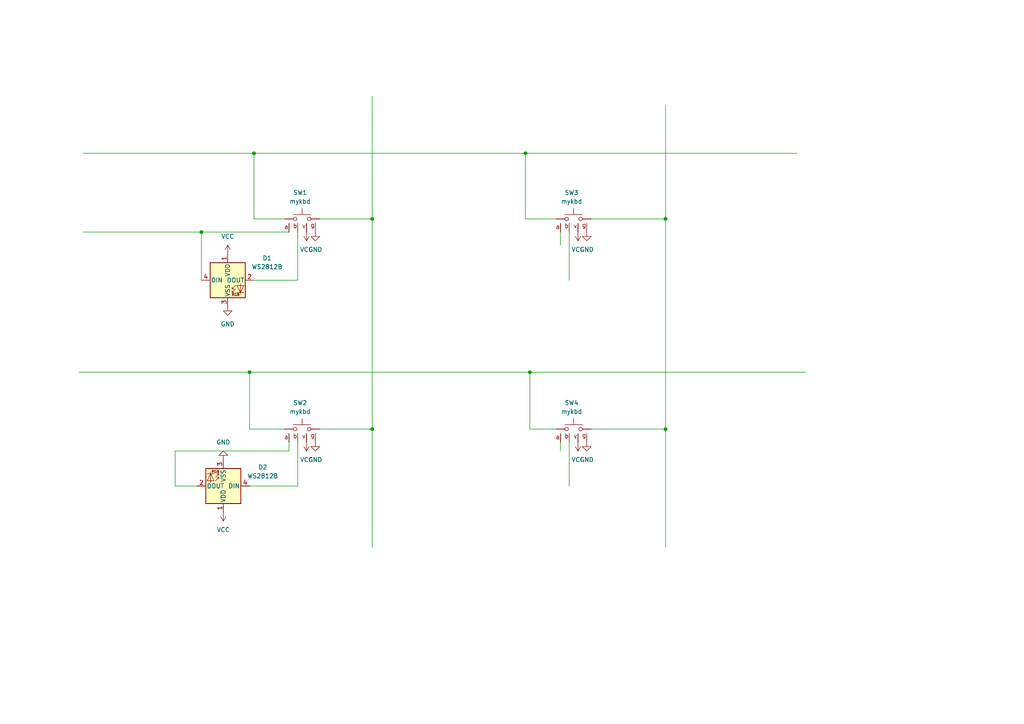
<source format=kicad_sch>
(kicad_sch (version 20250114) (generator "eeschema") (generator_version "9.0")
  (paper "A4")
  (lib_symbols
    (symbol "LED:WS2812B" (pin_names (offset 0.254))
      (property "Reference" "D" (at 5.08 5.715 0))
      (property "Value" "WS2812B" (at 1.27 -5.715 0))
      (symbol "WS2812B_0_0"
        (text "RGB" (at 2.286 -4.191 0) (effects (font (size 0.762 0.762))))
      )
      (symbol "WS2812B_0_1"
        (polyline (pts (xy 1.27 -2.54) (xy 1.778 -2.54)))
        (polyline (pts (xy 1.27 -3.556) (xy 1.778 -3.556)))
        (polyline (pts (xy 2.286 -1.524) (xy 1.27 -2.54) (xy 1.27 -2.032)))
        (polyline (pts (xy 2.286 -2.54) (xy 1.27 -3.556) (xy 1.27 -3.048)))
        (polyline (pts (xy 3.683 -1.016) (xy 3.683 -3.556) (xy 3.683 -4.064)))
        (polyline (pts (xy 4.699 -1.524) (xy 2.667 -1.524) (xy 3.683 -3.556) (xy 4.699 -1.524)))
        (polyline (pts (xy 4.699 -3.556) (xy 2.667 -3.556)))
        (rectangle (start 5.08 5.08) (end -5.08 -5.08) (stroke (width 0.254)) (fill (type background)))
      )
      (symbol "WS2812B_1_1"
        (pin input line (at -7.62 0 0) (length 2.54) (name "DIN") (number "4"))
        (pin power_in line (at 0 7.62 270) (length 2.54) (name "VDD") (number "1"))
        (pin power_in line (at 0 -7.62 90) (length 2.54) (name "VSS") (number "3"))
        (pin output line (at 7.62 0 180) (length 2.54) (name "DOUT") (number "2"))
      )
    )
    (symbol "mykbd:mykbd" (pin_numbers (hide yes)) (pin_names (offset 1.016) (hide yes))
      (property "Reference" "SW" (at 0.762 2.286 0))
      (property "Value" "mykbd" (at -3.556 2.286 0))
      (symbol "mykbd_0_1"
        (circle (center -2.032 0) (radius 0.508))
        (polyline (pts (xy 0 1.27) (xy 0 3.048)))
        (circle (center 2.032 0) (radius 0.508))
        (polyline (pts (xy 2.54 1.27) (xy -2.54 1.27)))
        (pin passive line (at -5.08 0 0) (length 2.54) (name "1") (number "1"))
        (pin passive line (at 5.08 0 180) (length 2.54) (name "2") (number "2"))
      )
      (symbol "mykbd_1_1"
        (text "a" (at -4.572 -2.286 0) (effects (font (size 1.27 1.27))))
        (text "b" (at -2.032 -2.032 0) (effects (font (size 1.27 1.27))))
        (text "v" (at 0.508 -2.032 0) (effects (font (size 1.27 1.27))))
        (text "g" (at 3.048 -1.778 0) (effects (font (size 1.27 1.27))))
        (pin input line (at -3.81 -3.81 90) (length 2.54) (name "3") (number "3"))
        (pin input line (at -1.27 -3.81 90) (length 2.54) (name "4") (number "4"))
        (pin input line (at 1.27 -3.81 90) (length 2.54) (name "5") (number "5"))
        (pin input line (at 3.81 -3.81 90) (length 2.54) (name "6") (number "6"))
      )
    )
    (symbol "power:GND" (power) (pin_numbers (hide yes)) (pin_names (offset 0) (hide yes))
      (property "Value" "GND" (at 0 -3.81 0))
      (symbol "GND_0_1"
        (polyline (pts (xy 0 0) (xy 0 -1.27) (xy 1.27 -1.27) (xy 0 -2.54) (xy -1.27 -1.27) (xy 0 -1.27)))
      )
      (symbol "GND_1_1"
        (pin power_in line (at 0 0 270) (length 0) (name "~") (number "1"))
      )
    )
    (symbol "power:VCC" (power) (pin_numbers (hide yes)) (pin_names (offset 0) (hide yes))
      (property "Value" "VCC" (at 0 3.556 0))
      (symbol "VCC_0_1"
        (polyline (pts (xy -0.762 1.27) (xy 0 2.54)))
        (polyline (pts (xy 0 2.54) (xy 0.762 1.27)))
        (polyline (pts (xy 0 0) (xy 0 2.54)))
      )
      (symbol "VCC_1_1"
        (pin power_in line (at 0 0 90) (length 0) (name "~") (number "1"))
      )
    )
  )
  (junction (at 107.95 63.5))
  (junction (at 107.95 124.46))
  (junction (at 153.67 107.95))
  (junction (at 72.39 107.95))
  (junction (at 58.42 67.31))
  (junction (at 73.66 44.45))
  (junction (at 152.4 44.45))
  (junction (at 193.04 124.46))
  (junction (at 193.04 63.5))
  (wire (pts (xy 193.04 30.48) (xy 193.04 63.5)))
  (wire (pts (xy 107.95 63.5) (xy 107.95 124.46)))
  (wire (pts (xy 50.8 140.97) (xy 57.15 140.97)))
  (wire (pts (xy 193.04 63.5) (xy 171.45 63.5)))
  (wire (pts (xy 193.04 63.5) (xy 193.04 124.46)))
  (wire (pts (xy 153.67 107.95) (xy 153.67 124.46)))
  (wire (pts (xy 73.66 63.5) (xy 82.55 63.5)))
  (wire (pts (xy 152.4 63.5) (xy 161.29 63.5)))
  (wire (pts (xy 153.67 107.95) (xy 233.68 107.95)))
  (wire (pts (xy 73.66 44.45) (xy 152.4 44.45)))
  (wire (pts (xy 162.56 128.27) (xy 162.56 130.81)))
  (wire (pts (xy 107.95 124.46) (xy 107.95 158.75)))
  (wire (pts (xy 152.4 44.45) (xy 231.14 44.45)))
  (wire (pts (xy 72.39 124.46) (xy 82.55 124.46)))
  (wire (pts (xy 83.82 130.81) (xy 50.8 130.81)))
  (wire (pts (xy 50.8 130.81) (xy 50.8 140.97)))
  (wire (pts (xy 152.4 44.45) (xy 152.4 63.5)))
  (wire (pts (xy 72.39 107.95) (xy 153.67 107.95)))
  (wire (pts (xy 22.86 107.95) (xy 72.39 107.95)))
  (wire (pts (xy 193.04 124.46) (xy 171.45 124.46)))
  (wire (pts (xy 153.67 124.46) (xy 161.29 124.46)))
  (wire (pts (xy 107.95 124.46) (xy 92.71 124.46)))
  (wire (pts (xy 58.42 67.31) (xy 83.82 67.31)))
  (wire (pts (xy 86.36 67.31) (xy 86.36 81.28)))
  (wire (pts (xy 107.95 63.5) (xy 92.71 63.5)))
  (wire (pts (xy 162.56 71.12) (xy 162.56 67.31)))
  (wire (pts (xy 72.39 107.95) (xy 72.39 124.46)))
  (wire (pts (xy 86.36 128.27) (xy 86.36 140.97)))
  (wire (pts (xy 72.39 140.97) (xy 86.36 140.97)))
  (wire (pts (xy 83.82 128.27) (xy 83.82 130.81)))
  (wire (pts (xy 73.66 44.45) (xy 73.66 63.5)))
  (wire (pts (xy 24.13 67.31) (xy 58.42 67.31)))
  (wire (pts (xy 58.42 67.31) (xy 58.42 81.28)))
  (wire (pts (xy 193.04 124.46) (xy 193.04 158.75)))
  (wire (pts (xy 165.1 67.31) (xy 165.1 81.28)))
  (wire (pts (xy 107.95 27.94) (xy 107.95 63.5)))
  (wire (pts (xy 73.66 81.28) (xy 86.36 81.28)))
  (wire (pts (xy 165.1 128.27) (xy 165.1 140.97)))
  (wire (pts (xy 24.13 44.45) (xy 73.66 44.45)))
  (symbol (lib_id "power:VCC") (at 167.64 67.31 180) (unit 1)
    (property "Reference" "#PWR013" (effects (hide yes)))
    (property "Value" "VCC" (at 167.64 72.39 0))
    (property "Description" "Power symbol creates a global label with name \"VCC\"" (effects (hide yes)))
  )
  (symbol (lib_id "mykbd:mykbd") (at 166.37 63.5 0) (unit 1)
    (property "Reference" "SW3" (at 165.7822 55.88 0))
    (property "Value" "mykbd" (at 165.7822 58.42 0))
    (property "Footprint" "mykbd:seat" (effects (hide yes)))
    (property "Description" "Push button switch, generic, two pins" (effects (hide yes)))
  )
  (symbol (lib_id "power:GND") (at 170.18 128.27 0) (unit 1)
    (property "Reference" "#PWR016" (effects (hide yes)))
    (property "Value" "GND" (at 170.18 133.35 0))
    (property "Description" "Power symbol creates a global label with name \"GND\" , ground" (effects (hide yes)))
  )
  (symbol (lib_id "power:GND") (at 91.44 67.31 0) (unit 1)
    (property "Reference" "#PWR07" (effects (hide yes)))
    (property "Value" "GND" (at 91.44 72.39 0))
    (property "Description" "Power symbol creates a global label with name \"GND\" , ground" (effects (hide yes)))
  )
  (symbol (lib_id "power:VCC") (at 66.04 73.66 0) (unit 1)
    (property "Reference" "#PWR03" (effects (hide yes)))
    (property "Value" "VCC" (at 66.04 68.58 0))
    (property "Description" "Power symbol creates a global label with name \"VCC\"" (effects (hide yes)))
  )
  (symbol (lib_id "power:VCC") (at 88.9 67.31 180) (unit 1)
    (property "Reference" "#PWR05" (effects (hide yes)))
    (property "Value" "VCC" (at 88.9 72.39 0))
    (property "Description" "Power symbol creates a global label with name \"VCC\"" (effects (hide yes)))
  )
  (symbol (lib_id "power:VCC") (at 167.64 128.27 180) (unit 1)
    (property "Reference" "#PWR014" (effects (hide yes)))
    (property "Value" "VCC" (at 167.64 133.35 0))
    (property "Description" "Power symbol creates a global label with name \"VCC\"" (effects (hide yes)))
  )
  (symbol (lib_id "mykbd:mykbd") (at 166.37 124.46 0) (unit 1)
    (property "Reference" "SW4" (at 165.7822 116.84 0))
    (property "Value" "mykbd" (at 165.7822 119.38 0))
    (property "Footprint" "mykbd:seat_b" (effects (hide yes)))
    (property "Description" "Push button switch, generic, two pins" (effects (hide yes)))
  )
  (symbol (lib_id "power:GND") (at 91.44 128.27 0) (unit 1)
    (property "Reference" "#PWR08" (effects (hide yes)))
    (property "Value" "GND" (at 91.44 133.35 0))
    (property "Description" "Power symbol creates a global label with name \"GND\" , ground" (effects (hide yes)))
  )
  (symbol (lib_id "mykbd:mykbd") (at 87.63 124.46 0) (unit 1)
    (property "Reference" "SW2" (at 87.0422 116.84 0))
    (property "Value" "mykbd" (at 87.0422 119.38 0))
    (property "Footprint" "mykbd:seat" (effects (hide yes)))
    (property "Description" "Push button switch, generic, two pins" (effects (hide yes)))
  )
  (symbol (lib_id "LED:WS2812B") (at 64.77 140.97 180) (unit 1)
    (property "Reference" "D2" (at 76.2 135.5246 0))
    (property "Value" "WS2812B" (at 76.2 138.0646 0))
    (property "Footprint" "LED_SMD:LED_WS2812B_PLCC4_5.0x5.0mm_P3.2mm" (effects (hide yes)))
    (property "Datasheet" "https://cdn-shop.adafruit.com/datasheets/WS2812B.pdf" (effects (hide yes)))
    (property "Description" "RGB LED with integrated controller" (effects (hide yes)))
  )
  (symbol (lib_id "power:GND") (at 64.77 133.35 180) (unit 1)
    (property "Reference" "#PWR01" (effects (hide yes)))
    (property "Value" "GND" (at 64.77 128.27 0))
    (property "Description" "Power symbol creates a global label with name \"GND\" , ground" (effects (hide yes)))
  )
  (symbol (lib_id "power:VCC") (at 88.9 128.27 180) (unit 1)
    (property "Reference" "#PWR06" (effects (hide yes)))
    (property "Value" "VCC" (at 88.9 133.35 0))
    (property "Description" "Power symbol creates a global label with name \"VCC\"" (effects (hide yes)))
  )
  (symbol (lib_id "power:GND") (at 170.18 67.31 0) (unit 1)
    (property "Reference" "#PWR015" (effects (hide yes)))
    (property "Value" "GND" (at 170.18 72.39 0))
    (property "Description" "Power symbol creates a global label with name \"GND\" , ground" (effects (hide yes)))
  )
  (symbol (lib_id "power:VCC") (at 64.77 148.59 180) (unit 1)
    (property "Reference" "#PWR02" (effects (hide yes)))
    (property "Value" "VCC" (at 64.77 153.67 0))
    (property "Description" "Power symbol creates a global label with name \"VCC\"" (effects (hide yes)))
  )
  (symbol (lib_id "mykbd:mykbd") (at 87.63 63.5 0) (unit 1)
    (property "Reference" "SW1" (at 87.0422 55.88 0))
    (property "Value" "mykbd" (at 87.0422 58.42 0))
    (property "Footprint" "mykbd:seat" (effects (hide yes)))
    (property "Description" "Push button switch, generic, two pins" (effects (hide yes)))
  )
  (symbol (lib_id "LED:WS2812B") (at 66.04 81.28 0) (unit 1)
    (property "Reference" "D1" (at 77.47 74.8598 0))
    (property "Value" "WS2812B" (at 77.47 77.3998 0))
    (property "Footprint" "LED_SMD:LED_WS2812B_PLCC4_5.0x5.0mm_P3.2mm" (effects (hide yes)))
    (property "Datasheet" "https://cdn-shop.adafruit.com/datasheets/WS2812B.pdf" (effects (hide yes)))
    (property "Description" "RGB LED with integrated controller" (effects (hide yes)))
  )
  (symbol (lib_id "power:GND") (at 66.04 88.9 0) (unit 1)
    (property "Reference" "#PWR04" (effects (hide yes)))
    (property "Value" "GND" (at 66.04 93.98 0))
    (property "Description" "Power symbol creates a global label with name \"GND\" , ground" (effects (hide yes)))
  )
)
</source>
